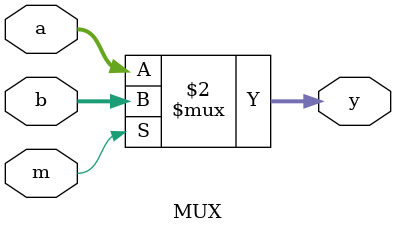
<source format=v>
`timescale 1ns / 1ps


module MUX
#(parameter WIDTH = 32)
(
    input   m,
    input   [WIDTH-1:0] a,b,
    output  [WIDTH-1:0] y    
);
assign y=(m==1)?b:a;
endmodule

</source>
